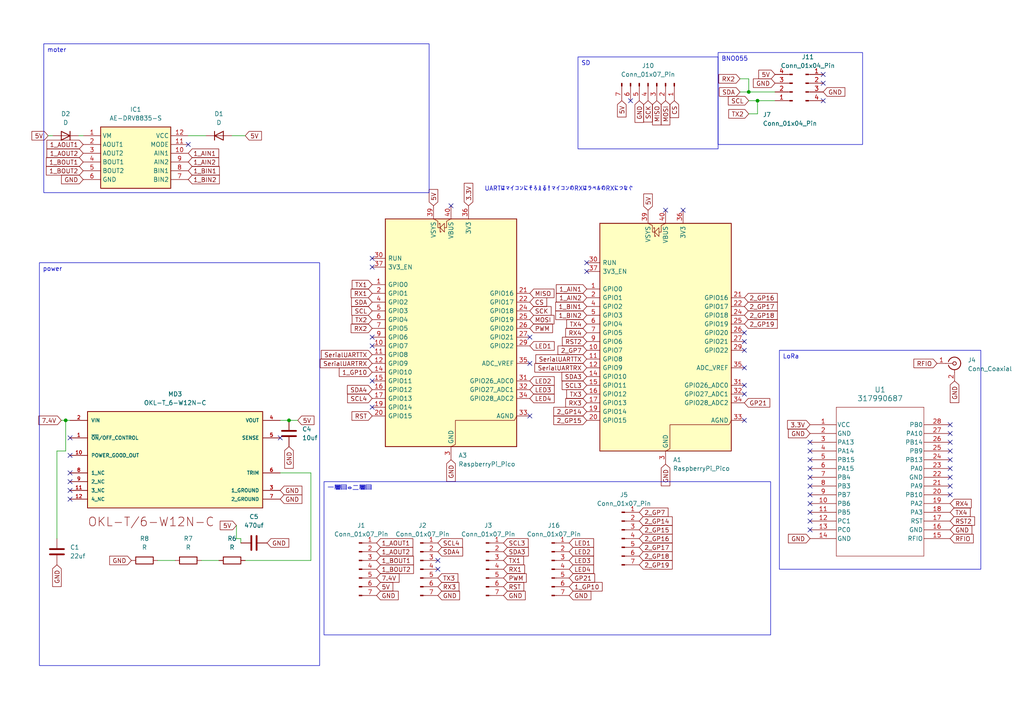
<source format=kicad_sch>
(kicad_sch (version 20250114) (generator "eeschema") (generator_version "9.0")
  (paper "A4")
  (lib_symbols
    (symbol "2025-10-18_12-43-35:317990687" (pin_names (offset 0.254))
      (property "Reference" "U" (at 20.32 10.16 0))
      (property "Value" "317990687" (at 20.32 7.62 0))
      (symbol "317990687_0_1"
        (polyline (pts (xy 7.62 5.08) (xy 7.62 -38.1)) (stroke (width 0.127)))
        (polyline (pts (xy 7.62 -38.1) (xy 33.02 -38.1)) (stroke (width 0.127)))
        (polyline (pts (xy 33.02 5.08) (xy 7.62 5.08)) (stroke (width 0.127)))
        (polyline (pts (xy 33.02 -38.1) (xy 33.02 5.08)) (stroke (width 0.127)))
        (pin power_in line (at 0 0 0) (length 7.62) (name "VCC") (number "1"))
        (pin power_out line (at 0 -2.54 0) (length 7.62) (name "GND") (number "2"))
        (pin bidirectional line (at 0 -5.08 0) (length 7.62) (name "PA13") (number "3"))
        (pin bidirectional line (at 0 -7.62 0) (length 7.62) (name "PA14") (number "4"))
        (pin bidirectional line (at 0 -10.16 0) (length 7.62) (name "PB15") (number "5"))
        (pin bidirectional line (at 0 -12.7 0) (length 7.62) (name "PA15") (number "6"))
        (pin bidirectional line (at 0 -15.24 0) (length 7.62) (name "PB4") (number "7"))
        (pin bidirectional line (at 0 -17.78 0) (length 7.62) (name "PB3") (number "8"))
        (pin bidirectional line (at 0 -20.32 0) (length 7.62) (name "PB7") (number "9"))
        (pin bidirectional line (at 0 -22.86 0) (length 7.62) (name "PB6") (number "10"))
        (pin bidirectional line (at 0 -25.4 0) (length 7.62) (name "PB5") (number "11"))
        (pin bidirectional line (at 0 -27.94 0) (length 7.62) (name "PC1") (number "12"))
        (pin bidirectional line (at 0 -30.48 0) (length 7.62) (name "PC0") (number "13"))
        (pin power_out line (at 0 -33.02 0) (length 7.62) (name "GND") (number "14"))
        (pin bidirectional line (at 40.64 0 180) (length 7.62) (name "PB0") (number "28"))
        (pin bidirectional line (at 40.64 -2.54 180) (length 7.62) (name "PA10") (number "27"))
        (pin bidirectional line (at 40.64 -5.08 180) (length 7.62) (name "PB14") (number "26"))
        (pin bidirectional line (at 40.64 -7.62 180) (length 7.62) (name "PB9") (number "25"))
        (pin bidirectional line (at 40.64 -10.16 180) (length 7.62) (name "PB13") (number "24"))
        (pin bidirectional line (at 40.64 -12.7 180) (length 7.62) (name "PA0") (number "23"))
        (pin power_out line (at 40.64 -15.24 180) (length 7.62) (name "GND") (number "22"))
        (pin bidirectional line (at 40.64 -17.78 180) (length 7.62) (name "PA9") (number "21"))
        (pin bidirectional line (at 40.64 -20.32 180) (length 7.62) (name "PB10") (number "20"))
        (pin bidirectional line (at 40.64 -22.86 180) (length 7.62) (name "PA2") (number "19"))
        (pin bidirectional line (at 40.64 -25.4 180) (length 7.62) (name "PA3") (number "18"))
        (pin unspecified line (at 40.64 -27.94 180) (length 7.62) (name "RST") (number "17"))
        (pin power_out line (at 40.64 -30.48 180) (length 7.62) (name "GND") (number "16"))
        (pin unspecified line (at 40.64 -33.02 180) (length 7.62) (name "RFIO") (number "15"))
      )
    )
    (symbol "AE-DRV8835-S:AE-DRV8835-S"
      (property "Reference" "IC" (at 26.67 7.62 0))
      (property "Value" "AE-DRV8835-S" (at 26.67 5.08 0))
      (symbol "AE-DRV8835-S_1_1"
        (rectangle (start 5.08 2.54) (end 25.4 -15.24) (stroke (width 0.254)) (fill (type background)))
        (pin passive line (at 0 0 0) (length 5.08) (name "VM") (number "1"))
        (pin passive line (at 0 -2.54 0) (length 5.08) (name "AOUT1") (number "2"))
        (pin passive line (at 0 -5.08 0) (length 5.08) (name "AOUT2") (number "3"))
        (pin passive line (at 0 -7.62 0) (length 5.08) (name "BOUT1") (number "4"))
        (pin passive line (at 0 -10.16 0) (length 5.08) (name "BOUT2") (number "5"))
        (pin passive line (at 0 -12.7 0) (length 5.08) (name "GND") (number "6"))
        (pin passive line (at 30.48 0 180) (length 5.08) (name "VCC") (number "12"))
        (pin passive line (at 30.48 -2.54 180) (length 5.08) (name "MODE") (number "11"))
        (pin passive line (at 30.48 -5.08 180) (length 5.08) (name "AIN1") (number "10"))
        (pin passive line (at 30.48 -7.62 180) (length 5.08) (name "AIN2") (number "9"))
        (pin passive line (at 30.48 -10.16 180) (length 5.08) (name "BIN1") (number "8"))
        (pin passive line (at 30.48 -12.7 180) (length 5.08) (name "BIN2") (number "7"))
      )
    )
    (symbol "Connector:Conn_01x04_Pin" (pin_names (offset 1.016) (hide yes))
      (property "Reference" "J" (at 0 5.08 0))
      (property "Value" "Conn_01x04_Pin" (at 0 -7.62 0))
      (symbol "Conn_01x04_Pin_1_1"
        (rectangle (start 0.8636 2.667) (end 0 2.413) (stroke (width 0.1524)) (fill (type outline)))
        (rectangle (start 0.8636 0.127) (end 0 -0.127) (stroke (width 0.1524)) (fill (type outline)))
        (rectangle (start 0.8636 -2.413) (end 0 -2.667) (stroke (width 0.1524)) (fill (type outline)))
        (rectangle (start 0.8636 -4.953) (end 0 -5.207) (stroke (width 0.1524)) (fill (type outline)))
        (polyline (pts (xy 1.27 2.54) (xy 0.8636 2.54)) (stroke (width 0.1524)))
        (polyline (pts (xy 1.27 0) (xy 0.8636 0)) (stroke (width 0.1524)))
        (polyline (pts (xy 1.27 -2.54) (xy 0.8636 -2.54)) (stroke (width 0.1524)))
        (polyline (pts (xy 1.27 -5.08) (xy 0.8636 -5.08)) (stroke (width 0.1524)))
        (pin passive line (at 5.08 2.54 180) (length 3.81) (name "Pin_1") (number "1"))
        (pin passive line (at 5.08 0 180) (length 3.81) (name "Pin_2") (number "2"))
        (pin passive line (at 5.08 -2.54 180) (length 3.81) (name "Pin_3") (number "3"))
        (pin passive line (at 5.08 -5.08 180) (length 3.81) (name "Pin_4") (number "4"))
      )
    )
    (symbol "Connector:Conn_01x07_Pin" (pin_names (offset 1.016) (hide yes))
      (property "Reference" "J" (at 0 10.16 0))
      (property "Value" "Conn_01x07_Pin" (at 0 -10.16 0))
      (symbol "Conn_01x07_Pin_1_1"
        (rectangle (start 0.8636 7.747) (end 0 7.493) (stroke (width 0.1524)) (fill (type outline)))
        (rectangle (start 0.8636 5.207) (end 0 4.953) (stroke (width 0.1524)) (fill (type outline)))
        (rectangle (start 0.8636 2.667) (end 0 2.413) (stroke (width 0.1524)) (fill (type outline)))
        (rectangle (start 0.8636 0.127) (end 0 -0.127) (stroke (width 0.1524)) (fill (type outline)))
        (rectangle (start 0.8636 -2.413) (end 0 -2.667) (stroke (width 0.1524)) (fill (type outline)))
        (rectangle (start 0.8636 -4.953) (end 0 -5.207) (stroke (width 0.1524)) (fill (type outline)))
        (rectangle (start 0.8636 -7.493) (end 0 -7.747) (stroke (width 0.1524)) (fill (type outline)))
        (polyline (pts (xy 1.27 7.62) (xy 0.8636 7.62)) (stroke (width 0.1524)))
        (polyline (pts (xy 1.27 5.08) (xy 0.8636 5.08)) (stroke (width 0.1524)))
        (polyline (pts (xy 1.27 2.54) (xy 0.8636 2.54)) (stroke (width 0.1524)))
        (polyline (pts (xy 1.27 0) (xy 0.8636 0)) (stroke (width 0.1524)))
        (polyline (pts (xy 1.27 -2.54) (xy 0.8636 -2.54)) (stroke (width 0.1524)))
        (polyline (pts (xy 1.27 -5.08) (xy 0.8636 -5.08)) (stroke (width 0.1524)))
        (polyline (pts (xy 1.27 -7.62) (xy 0.8636 -7.62)) (stroke (width 0.1524)))
        (pin passive line (at 5.08 7.62 180) (length 3.81) (name "Pin_1") (number "1"))
        (pin passive line (at 5.08 5.08 180) (length 3.81) (name "Pin_2") (number "2"))
        (pin passive line (at 5.08 2.54 180) (length 3.81) (name "Pin_3") (number "3"))
        (pin passive line (at 5.08 0 180) (length 3.81) (name "Pin_4") (number "4"))
        (pin passive line (at 5.08 -2.54 180) (length 3.81) (name "Pin_5") (number "5"))
        (pin passive line (at 5.08 -5.08 180) (length 3.81) (name "Pin_6") (number "6"))
        (pin passive line (at 5.08 -7.62 180) (length 3.81) (name "Pin_7") (number "7"))
      )
    )
    (symbol "Connector:Conn_Coaxial" (pin_names (offset 1.016) (hide yes))
      (property "Reference" "J" (at 0.254 3.048 0))
      (property "Value" "Conn_Coaxial" (at 2.921 0 90))
      (symbol "Conn_Coaxial_0_1"
        (polyline (pts (xy -2.54 0) (xy -0.508 0)))
        (arc (start 1.778 0) (mid 0.222 -1.8079) (end -1.778 -0.508) (stroke (width 0.254)))
        (arc (start -1.778 0.508) (mid 0.2221 1.8084) (end 1.778 0) (stroke (width 0.254)))
        (circle (center 0 0) (radius 0.508) (stroke (width 0.2032)))
        (polyline (pts (xy 0 -2.54) (xy 0 -1.778)))
      )
      (symbol "Conn_Coaxial_1_1"
        (pin passive line (at -5.08 0 0) (length 2.54) (name "In") (number "1"))
        (pin passive line (at 0 -5.08 90) (length 2.54) (name "Ext") (number "2"))
      )
    )
    (symbol "Device:C" (pin_numbers (hide yes)) (pin_names (offset 0.254))
      (property "Reference" "C" (at 0.635 2.54 0))
      (property "Value" "C" (at 0.635 -2.54 0))
      (symbol "C_0_1"
        (polyline (pts (xy -2.032 0.762) (xy 2.032 0.762)) (stroke (width 0.508)))
        (polyline (pts (xy -2.032 -0.762) (xy 2.032 -0.762)) (stroke (width 0.508)))
      )
      (symbol "C_1_1"
        (pin passive line (at 0 3.81 270) (length 2.794) (name "~") (number "1"))
        (pin passive line (at 0 -3.81 90) (length 2.794) (name "~") (number "2"))
      )
    )
    (symbol "Device:D" (pin_numbers (hide yes)) (pin_names (offset 1.016) (hide yes))
      (property "Reference" "D" (at 0 2.54 0))
      (property "Value" "D" (at 0 -2.54 0))
      (symbol "D_0_1"
        (polyline (pts (xy -1.27 1.27) (xy -1.27 -1.27)) (stroke (width 0.254)))
        (polyline (pts (xy 1.27 1.27) (xy 1.27 -1.27) (xy -1.27 0) (xy 1.27 1.27)) (stroke (width 0.254)))
        (polyline (pts (xy 1.27 0) (xy -1.27 0)))
      )
      (symbol "D_1_1"
        (pin passive line (at -3.81 0 0) (length 2.54) (name "K") (number "1"))
        (pin passive line (at 3.81 0 180) (length 2.54) (name "A") (number "2"))
      )
    )
    (symbol "Device:R" (pin_numbers (hide yes)) (pin_names (offset 0))
      (property "Reference" "R" (at 2.032 0 90))
      (property "Value" "R" (at 0 0 90))
      (symbol "R_0_1"
        (rectangle (start -1.016 -2.54) (end 1.016 2.54) (stroke (width 0.254)))
      )
      (symbol "R_1_1"
        (pin passive line (at 0 3.81 270) (length 1.27) (name "~") (number "1"))
        (pin passive line (at 0 -3.81 90) (length 1.27) (name "~") (number "2"))
      )
    )
    (symbol "MCU_Module:RaspberryPi_Pico" (pin_names (offset 0.762))
      (property "Reference" "A" (at -19.05 35.56 0))
      (property "Value" "RaspberryPi_Pico" (at 7.62 35.56 0))
      (symbol "RaspberryPi_Pico_0_1"
        (rectangle (start -19.05 34.29) (end 19.05 -31.75) (stroke (width 0.254)) (fill (type background)))
        (polyline (pts (xy -5.08 34.29) (xy -3.81 33.655) (xy -3.81 31.75) (xy -3.175 31.75)))
        (polyline (pts (xy -3.429 32.766) (xy -3.429 33.02) (xy -3.175 33.02) (xy -3.175 30.48) (xy -2.921 30.48) (xy -2.921 30.734)))
        (polyline (pts (xy -3.175 31.75) (xy -1.905 33.02) (xy -1.905 30.48) (xy -3.175 31.75)))
        (polyline (pts (xy 0 34.29) (xy -1.27 33.655) (xy -1.27 31.75) (xy -1.905 31.75)))
        (polyline (pts (xy 0 -31.75) (xy 1.27 -31.115) (xy 1.27 -24.13) (xy 18.415 -24.13) (xy 19.05 -22.86)))
      )
      (symbol "RaspberryPi_Pico_1_1"
        (pin passive line (at -22.86 22.86 0) (length 3.81) (name "RUN") (number "30"))
        (pin passive line (at -22.86 20.32 0) (length 3.81) (name "3V3_EN") (number "37"))
        (pin bidirectional line (at -22.86 15.24 0) (length 3.81) (name "GPIO0") (number "1"))
        (pin bidirectional line (at -22.86 12.7 0) (length 3.81) (name "GPIO1") (number "2"))
        (pin bidirectional line (at -22.86 10.16 0) (length 3.81) (name "GPIO2") (number "4"))
        (pin bidirectional line (at -22.86 7.62 0) (length 3.81) (name "GPIO3") (number "5"))
        (pin bidirectional line (at -22.86 5.08 0) (length 3.81) (name "GPIO4") (number "6"))
        (pin bidirectional line (at -22.86 2.54 0) (length 3.81) (name "GPIO5") (number "7"))
        (pin bidirectional line (at -22.86 0 0) (length 3.81) (name "GPIO6") (number "9"))
        (pin bidirectional line (at -22.86 -2.54 0) (length 3.81) (name "GPIO7") (number "10"))
        (pin bidirectional line (at -22.86 -5.08 0) (length 3.81) (name "GPIO8") (number "11"))
        (pin bidirectional line (at -22.86 -7.62 0) (length 3.81) (name "GPIO9") (number "12"))
        (pin bidirectional line (at -22.86 -10.16 0) (length 3.81) (name "GPIO10") (number "14"))
        (pin bidirectional line (at -22.86 -12.7 0) (length 3.81) (name "GPIO11") (number "15"))
        (pin bidirectional line (at -22.86 -15.24 0) (length 3.81) (name "GPIO12") (number "16"))
        (pin bidirectional line (at -22.86 -17.78 0) (length 3.81) (name "GPIO13") (number "17"))
        (pin bidirectional line (at -22.86 -20.32 0) (length 3.81) (name "GPIO14") (number "19"))
        (pin bidirectional line (at -22.86 -22.86 0) (length 3.81) (name "GPIO15") (number "20"))
        (pin power_in line (at -5.08 38.1 270) (length 3.81) (name "VSYS") (number "39"))
        (pin power_out line (at 0 38.1 270) (length 3.81) (name "VBUS") (number "40"))
        (pin passive line (at 0 -35.56 90) (length 3.81) (hide yes) (name "GND") (number "13"))
        (pin passive line (at 0 -35.56 90) (length 3.81) (hide yes) (name "GND") (number "18"))
        (pin passive line (at 0 -35.56 90) (length 3.81) (hide yes) (name "GND") (number "23"))
        (pin passive line (at 0 -35.56 90) (length 3.81) (hide yes) (name "GND") (number "28"))
        (pin power_out line (at 0 -35.56 90) (length 3.81) (name "GND") (number "3"))
        (pin passive line (at 0 -35.56 90) (length 3.81) (hide yes) (name "GND") (number "38"))
        (pin passive line (at 0 -35.56 90) (length 3.81) (hide yes) (name "GND") (number "8"))
        (pin power_out line (at 5.08 38.1 270) (length 3.81) (name "3V3") (number "36"))
        (pin bidirectional line (at 22.86 12.7 180) (length 3.81) (name "GPIO16") (number "21"))
        (pin bidirectional line (at 22.86 10.16 180) (length 3.81) (name "GPIO17") (number "22"))
        (pin bidirectional line (at 22.86 7.62 180) (length 3.81) (name "GPIO18") (number "24"))
        (pin bidirectional line (at 22.86 5.08 180) (length 3.81) (name "GPIO19") (number "25"))
        (pin bidirectional line (at 22.86 2.54 180) (length 3.81) (name "GPIO20") (number "26"))
        (pin bidirectional line (at 22.86 0 180) (length 3.81) (name "GPIO21") (number "27"))
        (pin bidirectional line (at 22.86 -2.54 180) (length 3.81) (name "GPIO22") (number "29"))
        (pin power_in line (at 22.86 -7.62 180) (length 3.81) (name "ADC_VREF") (number "35"))
        (pin bidirectional line (at 22.86 -12.7 180) (length 3.81) (name "GPIO26_ADC0") (number "31"))
        (pin bidirectional line (at 22.86 -15.24 180) (length 3.81) (name "GPIO27_ADC1") (number "32"))
        (pin bidirectional line (at 22.86 -17.78 180) (length 3.81) (name "GPIO28_ADC2") (number "34"))
        (pin power_out line (at 22.86 -22.86 180) (length 3.81) (name "AGND") (number "33"))
      )
    )
    (symbol "OKL-T_6-W12N-C_1" (pin_names (offset 1.016))
      (property "Reference" "MD" (at 2.54 -2.54 0))
      (property "Value" "OKL-T_6-W12N-C" (at 0 0 0))
      (symbol "OKL-T_6-W12N-C_1_0_0"
        (rectangle (start 2.54 -33.02) (end 53.34 -5.08) (stroke (width 0.254)) (fill (type background)))
        (text "OKL-T/6-W12N-C" (at 2.54 -35.56 0) (effects (font (size 2.54 2.54)) (justify left top)))
        (pin bidirectional line (at -2.54 -7.62 0) (length 5.08) (name "VIN") (number "2"))
        (pin bidirectional line (at -2.54 -12.7 0) (length 5.08) (name "~{ON}/OFF_CONTROL") (number "1"))
        (pin open_collector line (at -2.54 -17.78 0) (length 5.08) (name "POWER_GOOD_OUT") (number "10"))
        (pin passive line (at -2.54 -22.86 0) (length 5.08) (name "1_NC") (number "8"))
        (pin passive line (at -2.54 -25.4 0) (length 5.08) (name "2_NC") (number "9"))
        (pin passive line (at -2.54 -27.94 0) (length 5.08) (name "3_NC") (number "11"))
        (pin passive line (at -2.54 -30.48 0) (length 5.08) (name "4_NC") (number "12"))
        (pin bidirectional line (at 58.42 -7.62 180) (length 5.08) (name "VOUT") (number "4"))
        (pin passive line (at 58.42 -12.7 180) (length 5.08) (name "SENSE") (number "5"))
        (pin passive line (at 58.42 -22.86 180) (length 5.08) (name "TRIM") (number "6"))
        (pin power_in line (at 58.42 -27.94 180) (length 5.08) (name "1_GROUND") (number "3"))
        (pin power_in line (at 58.42 -30.48 180) (length 5.08) (name "2_GROUND") (number "7"))
      )
    )
  )
  (text "UARTはマイコンにそろえる！マイコンのRXはラベルのRXにつなぐ\n" (at 162.052 54.864 0) (effects (font (size 1.27 1.27))))
  (text_box "一層目⇔二層目" (at 93.98 139.7 0) (size 129.54 44.45) (margins 0.9525 0.9525 0.9525 0.9525) (effects (font (size 1.27 1.27)) (justify left top)))
  (text_box "power" (at 11.43 76.2 0) (size 81.28 116.84) (margins 0.9525 0.9525 0.9525 0.9525) (effects (font (size 1.27 1.27)) (justify left top)))
  (text_box "SD\n" (at 167.64 16.51 0) (size 40.64 26.67) (margins 0.9525 0.9525 0.9525 0.9525) (effects (font (size 1.27 1.27)) (justify left top)))
  (text_box "BNO055\n" (at 208.28 15.24 0) (size 41.91 26.67) (margins 0.9525 0.9525 0.9525 0.9525) (effects (font (size 1.27 1.27)) (justify left top)))
  (text_box "moter\n" (at 12.7 12.7 0) (size 111.76 43.18) (margins 0.9525 0.9525 0.9525 0.9525) (effects (font (size 1.27 1.27)) (justify left top)))
  (text_box "LoRa" (at 226.06 101.6 0) (size 58.42 63.5) (margins 0.9525 0.9525 0.9525 0.9525) (effects (font (size 1.27 1.27)) (justify left top)))
  (junction (at 219.71 29.21))
  (junction (at 217.17 26.67))
  (junction (at 83.82 121.92))
  (junction (at 19.05 121.92))
  (no_connect (at 81.28 127))
  (no_connect (at 234.95 153.67))
  (no_connect (at 275.59 123.19))
  (no_connect (at 20.32 137.16))
  (no_connect (at 215.9 111.76))
  (no_connect (at 215.9 121.92))
  (no_connect (at 215.9 114.3))
  (no_connect (at 275.59 140.97))
  (no_connect (at 234.95 135.89))
  (no_connect (at 275.59 143.51))
  (no_connect (at 107.95 74.93))
  (no_connect (at 193.04 60.96))
  (no_connect (at 238.76 29.21))
  (no_connect (at 107.95 118.11))
  (no_connect (at 170.18 76.2))
  (no_connect (at 127 165.1))
  (no_connect (at 20.32 142.24))
  (no_connect (at 234.95 140.97))
  (no_connect (at 153.67 120.65))
  (no_connect (at 234.95 130.81))
  (no_connect (at 234.95 133.35))
  (no_connect (at 170.18 78.74))
  (no_connect (at 275.59 133.35))
  (no_connect (at 275.59 135.89))
  (no_connect (at 234.95 128.27))
  (no_connect (at 234.95 151.13))
  (no_connect (at 215.9 106.68))
  (no_connect (at 215.9 96.52))
  (no_connect (at 275.59 130.81))
  (no_connect (at 182.88 29.21))
  (no_connect (at 234.95 146.05))
  (no_connect (at 215.9 99.06))
  (no_connect (at 107.95 77.47))
  (no_connect (at 54.61 41.91))
  (no_connect (at 20.32 127))
  (no_connect (at 20.32 144.78))
  (no_connect (at 275.59 125.73))
  (no_connect (at 215.9 101.6))
  (no_connect (at 275.59 138.43))
  (no_connect (at 234.95 148.59))
  (no_connect (at 275.59 128.27))
  (no_connect (at 20.32 132.08))
  (no_connect (at 20.32 139.7))
  (no_connect (at 107.95 97.79))
  (no_connect (at 234.95 143.51))
  (no_connect (at 153.67 97.79))
  (no_connect (at 127 162.56))
  (no_connect (at 153.67 105.41))
  (no_connect (at 238.76 24.13))
  (no_connect (at 198.12 60.96))
  (no_connect (at 238.76 21.59))
  (no_connect (at 130.81 59.69))
  (no_connect (at 234.95 138.43))
  (no_connect (at 107.95 110.49))
  (no_connect (at 107.95 100.33))
  (wire (pts (xy 17.78 121.92) (xy 19.05 121.92)))
  (wire (pts (xy 86.36 121.92) (xy 83.82 121.92)))
  (wire (pts (xy 90.17 137.16) (xy 90.17 162.56)))
  (wire (pts (xy 90.17 162.56) (xy 71.12 162.56)))
  (wire (pts (xy 68.58 156.21) (xy 68.58 152.4)))
  (wire (pts (xy 214.63 22.86) (xy 217.17 22.86)))
  (wire (pts (xy 71.12 39.37) (xy 67.31 39.37)))
  (wire (pts (xy 19.05 130.81) (xy 16.51 130.81)))
  (wire (pts (xy 217.17 26.67) (xy 224.79 26.67)))
  (wire (pts (xy 217.17 29.21) (xy 219.71 29.21)))
  (wire (pts (xy 58.42 162.56) (xy 63.5 162.56)))
  (wire (pts (xy 219.71 33.02) (xy 217.17 33.02)))
  (wire (pts (xy 13.97 39.37) (xy 15.24 39.37)))
  (wire (pts (xy 19.05 121.92) (xy 19.05 130.81)))
  (wire (pts (xy 214.63 26.67) (xy 217.17 26.67)))
  (wire (pts (xy 16.51 130.81) (xy 16.51 156.21)))
  (wire (pts (xy 45.72 162.56) (xy 50.8 162.56)))
  (wire (pts (xy 217.17 26.67) (xy 217.17 22.86)))
  (wire (pts (xy 19.05 121.92) (xy 20.32 121.92)))
  (wire (pts (xy 81.28 137.16) (xy 90.17 137.16)))
  (wire (pts (xy 59.69 39.37) (xy 54.61 39.37)))
  (wire (pts (xy 69.85 156.21) (xy 68.58 156.21)))
  (wire (pts (xy 69.85 157.48) (xy 69.85 156.21)))
  (wire (pts (xy 83.82 121.92) (xy 81.28 121.92)))
  (wire (pts (xy 219.71 29.21) (xy 224.79 29.21)))
  (wire (pts (xy 219.71 29.21) (xy 219.71 33.02)))
  (wire (pts (xy 22.86 39.37) (xy 24.13 39.37)))
  (global_label "5V" (shape input) (at 86.36 121.92 0) (property "Intersheetrefs" "${INTERSHEET_REFS}" (effects (hide yes))))
  (global_label "MOSI" (shape input) (at 153.67 92.71 0) (property "Intersheetrefs" "${INTERSHEET_REFS}" (effects (hide yes))))
  (global_label "SDA3" (shape input) (at 170.18 109.22 180) (property "Intersheetrefs" "${INTERSHEET_REFS}" (effects (hide yes))))
  (global_label "GP21" (shape input) (at 165.1 167.64 0) (property "Intersheetrefs" "${INTERSHEET_REFS}" (effects (hide yes))))
  (global_label "1_AOUT1" (shape input) (at 24.13 41.91 180) (property "Intersheetrefs" "${INTERSHEET_REFS}" (effects (hide yes))))
  (global_label "3.3V" (shape input) (at 234.95 123.19 180) (property "Intersheetrefs" "${INTERSHEET_REFS}" (effects (hide yes))))
  (global_label "GND" (shape input) (at 130.81 133.35 270) (property "Intersheetrefs" "${INTERSHEET_REFS}" (effects (hide yes))))
  (global_label "PWM" (shape input) (at 153.67 95.25 0) (property "Intersheetrefs" "${INTERSHEET_REFS}" (effects (hide yes))))
  (global_label "LED3" (shape input) (at 153.67 113.03 0) (property "Intersheetrefs" "${INTERSHEET_REFS}" (effects (hide yes))))
  (global_label "1_BOUT2" (shape input) (at 24.13 49.53 180) (property "Intersheetrefs" "${INTERSHEET_REFS}" (effects (hide yes))))
  (global_label "GND" (shape input) (at 77.47 157.48 0) (property "Intersheetrefs" "${INTERSHEET_REFS}" (effects (hide yes))))
  (global_label "SCK" (shape input) (at 187.96 29.21 270) (property "Intersheetrefs" "${INTERSHEET_REFS}" (effects (hide yes))))
  (global_label "GND" (shape input) (at 81.28 144.78 0) (property "Intersheetrefs" "${INTERSHEET_REFS}" (effects (hide yes))))
  (global_label "SCL" (shape input) (at 217.17 29.21 180) (property "Intersheetrefs" "${INTERSHEET_REFS}" (effects (hide yes))))
  (global_label "RX2" (shape input) (at 214.63 22.86 180) (property "Intersheetrefs" "${INTERSHEET_REFS}" (effects (hide yes))))
  (global_label "CS" (shape input) (at 195.58 29.21 270) (property "Intersheetrefs" "${INTERSHEET_REFS}" (effects (hide yes))))
  (global_label "SerialUARTTX" (shape input) (at 107.95 102.87 180) (property "Intersheetrefs" "${INTERSHEET_REFS}" (effects (hide yes))))
  (global_label "1_BIN1" (shape input) (at 170.18 88.9 180) (property "Intersheetrefs" "${INTERSHEET_REFS}" (effects (hide yes))))
  (global_label "GND" (shape input) (at 276.86 110.49 270) (property "Intersheetrefs" "${INTERSHEET_REFS}" (effects (hide yes))))
  (global_label "2_GP14" (shape input) (at 170.18 119.38 180) (property "Intersheetrefs" "${INTERSHEET_REFS}" (effects (hide yes))))
  (global_label "TX3" (shape input) (at 170.18 114.3 180) (property "Intersheetrefs" "${INTERSHEET_REFS}" (effects (hide yes))))
  (global_label "RX1" (shape input) (at 107.95 85.09 180) (property "Intersheetrefs" "${INTERSHEET_REFS}" (effects (hide yes))))
  (global_label "SerialUARTRX" (shape input) (at 107.95 105.41 180) (property "Intersheetrefs" "${INTERSHEET_REFS}" (effects (hide yes))))
  (global_label "2_GP16" (shape input) (at 215.9 86.36 0) (property "Intersheetrefs" "${INTERSHEET_REFS}" (effects (hide yes))))
  (global_label "2_GP15" (shape input) (at 170.18 121.92 180) (property "Intersheetrefs" "${INTERSHEET_REFS}" (effects (hide yes))))
  (global_label "7.4V" (shape input) (at 109.22 167.64 0) (property "Intersheetrefs" "${INTERSHEET_REFS}" (effects (hide yes))))
  (global_label "5V" (shape input) (at 13.97 39.37 180) (property "Intersheetrefs" "${INTERSHEET_REFS}" (effects (hide yes))))
  (global_label "GND" (shape input) (at 146.05 172.72 0) (property "Intersheetrefs" "${INTERSHEET_REFS}" (effects (hide yes))))
  (global_label "SCL3" (shape input) (at 146.05 157.48 0) (property "Intersheetrefs" "${INTERSHEET_REFS}" (effects (hide yes))))
  (global_label "SCL4" (shape input) (at 127 157.48 0) (property "Intersheetrefs" "${INTERSHEET_REFS}" (effects (hide yes))))
  (global_label "GND" (shape input) (at 275.59 153.67 0) (property "Intersheetrefs" "${INTERSHEET_REFS}" (effects (hide yes))))
  (global_label "1_BIN2" (shape input) (at 170.18 91.44 180) (property "Intersheetrefs" "${INTERSHEET_REFS}" (effects (hide yes))))
  (global_label "1_GP10" (shape input) (at 165.1 170.18 0) (property "Intersheetrefs" "${INTERSHEET_REFS}" (effects (hide yes))))
  (global_label "GND" (shape input) (at 83.82 129.54 270) (property "Intersheetrefs" "${INTERSHEET_REFS}" (effects (hide yes))))
  (global_label "MOSI" (shape input) (at 193.04 29.21 270) (property "Intersheetrefs" "${INTERSHEET_REFS}" (effects (hide yes))))
  (global_label "GND" (shape input) (at 81.28 142.24 0) (property "Intersheetrefs" "${INTERSHEET_REFS}" (effects (hide yes))))
  (global_label "GND" (shape input) (at 234.95 156.21 180) (property "Intersheetrefs" "${INTERSHEET_REFS}" (effects (hide yes))))
  (global_label "2_GP19" (shape input) (at 185.42 163.83 0) (property "Intersheetrefs" "${INTERSHEET_REFS}" (effects (hide yes))))
  (global_label "1_BIN2" (shape input) (at 54.61 52.07 0) (property "Intersheetrefs" "${INTERSHEET_REFS}" (effects (hide yes))))
  (global_label "TX3" (shape input) (at 127 167.64 0) (property "Intersheetrefs" "${INTERSHEET_REFS}" (effects (hide yes))))
  (global_label "5V" (shape input) (at 125.73 59.69 90) (property "Intersheetrefs" "${INTERSHEET_REFS}" (effects (hide yes))))
  (global_label "GND" (shape input) (at 185.42 29.21 270) (property "Intersheetrefs" "${INTERSHEET_REFS}" (effects (hide yes))))
  (global_label "5V" (shape input) (at 109.22 170.18 0) (property "Intersheetrefs" "${INTERSHEET_REFS}" (effects (hide yes))))
  (global_label "GND" (shape input) (at 24.13 52.07 180) (property "Intersheetrefs" "${INTERSHEET_REFS}" (effects (hide yes))))
  (global_label "PWM" (shape input) (at 146.05 167.64 0) (property "Intersheetrefs" "${INTERSHEET_REFS}" (effects (hide yes))))
  (global_label "5V" (shape input) (at 68.58 152.4 180) (property "Intersheetrefs" "${INTERSHEET_REFS}" (effects (hide yes))))
  (global_label "1_AIN2" (shape input) (at 170.18 86.36 180) (property "Intersheetrefs" "${INTERSHEET_REFS}" (effects (hide yes))))
  (global_label "1_AOUT2" (shape input) (at 109.22 160.02 0) (property "Intersheetrefs" "${INTERSHEET_REFS}" (effects (hide yes))))
  (global_label "GND" (shape input) (at 127 172.72 0) (property "Intersheetrefs" "${INTERSHEET_REFS}" (effects (hide yes))))
  (global_label "SDA3" (shape input) (at 146.05 160.02 0) (property "Intersheetrefs" "${INTERSHEET_REFS}" (effects (hide yes))))
  (global_label "CS" (shape input) (at 153.67 87.63 0) (property "Intersheetrefs" "${INTERSHEET_REFS}" (effects (hide yes))))
  (global_label "RX2" (shape input) (at 107.95 95.25 180) (property "Intersheetrefs" "${INTERSHEET_REFS}" (effects (hide yes))))
  (global_label "2_GP18" (shape input) (at 185.42 161.29 0) (property "Intersheetrefs" "${INTERSHEET_REFS}" (effects (hide yes))))
  (global_label "TX2" (shape input) (at 107.95 92.71 180) (property "Intersheetrefs" "${INTERSHEET_REFS}" (effects (hide yes))))
  (global_label "SDA4" (shape input) (at 107.95 113.03 180) (property "Intersheetrefs" "${INTERSHEET_REFS}" (effects (hide yes))))
  (global_label "SDA4" (shape input) (at 127 160.02 0) (property "Intersheetrefs" "${INTERSHEET_REFS}" (effects (hide yes))))
  (global_label "5V" (shape input) (at 180.34 29.21 270) (property "Intersheetrefs" "${INTERSHEET_REFS}" (effects (hide yes))))
  (global_label "GP21" (shape input) (at 215.9 116.84 0) (property "Intersheetrefs" "${INTERSHEET_REFS}" (effects (hide yes))))
  (global_label "MISO" (shape input) (at 153.67 85.09 0) (property "Intersheetrefs" "${INTERSHEET_REFS}" (effects (hide yes))))
  (global_label "RX4" (shape input) (at 275.59 146.05 0) (property "Intersheetrefs" "${INTERSHEET_REFS}" (effects (hide yes))))
  (global_label "RFIO" (shape input) (at 271.78 105.41 180) (property "Intersheetrefs" "${INTERSHEET_REFS}" (effects (hide yes))))
  (global_label "2_GP16" (shape input) (at 185.42 156.21 0) (property "Intersheetrefs" "${INTERSHEET_REFS}" (effects (hide yes))))
  (global_label "1_GP10" (shape input) (at 107.95 107.95 180) (property "Intersheetrefs" "${INTERSHEET_REFS}" (effects (hide yes))))
  (global_label "1_AIN1" (shape input) (at 54.61 44.45 0) (property "Intersheetrefs" "${INTERSHEET_REFS}" (effects (hide yes))))
  (global_label "LED4" (shape input) (at 153.67 115.57 0) (property "Intersheetrefs" "${INTERSHEET_REFS}" (effects (hide yes))))
  (global_label "RST2" (shape input) (at 275.59 151.13 0) (property "Intersheetrefs" "${INTERSHEET_REFS}" (effects (hide yes))))
  (global_label "LED4" (shape input) (at 165.1 165.1 0) (property "Intersheetrefs" "${INTERSHEET_REFS}" (effects (hide yes))))
  (global_label "2_GP19" (shape input) (at 215.9 93.98 0) (property "Intersheetrefs" "${INTERSHEET_REFS}" (effects (hide yes))))
  (global_label "RFIO" (shape input) (at 275.59 156.21 0) (property "Intersheetrefs" "${INTERSHEET_REFS}" (effects (hide yes))))
  (global_label "LED2" (shape input) (at 153.67 110.49 0) (property "Intersheetrefs" "${INTERSHEET_REFS}" (effects (hide yes))))
  (global_label "1_BOUT2" (shape input) (at 109.22 165.1 0) (property "Intersheetrefs" "${INTERSHEET_REFS}" (effects (hide yes))))
  (global_label "LED1" (shape input) (at 165.1 157.48 0) (property "Intersheetrefs" "${INTERSHEET_REFS}" (effects (hide yes))))
  (global_label "GND" (shape input) (at 109.22 172.72 0) (property "Intersheetrefs" "${INTERSHEET_REFS}" (effects (hide yes))))
  (global_label "RST" (shape input) (at 107.95 120.65 180) (property "Intersheetrefs" "${INTERSHEET_REFS}" (effects (hide yes))))
  (global_label "TX1" (shape input) (at 107.95 82.55 180) (property "Intersheetrefs" "${INTERSHEET_REFS}" (effects (hide yes))))
  (global_label "LED2" (shape input) (at 165.1 160.02 0) (property "Intersheetrefs" "${INTERSHEET_REFS}" (effects (hide yes))))
  (global_label "5V" (shape input) (at 71.12 39.37 0) (property "Intersheetrefs" "${INTERSHEET_REFS}" (effects (hide yes))))
  (global_label "GND" (shape input) (at 238.76 26.67 0) (property "Intersheetrefs" "${INTERSHEET_REFS}" (effects (hide yes))))
  (global_label "2_GP14" (shape input) (at 185.42 151.13 0) (property "Intersheetrefs" "${INTERSHEET_REFS}" (effects (hide yes))))
  (global_label "TX4" (shape input) (at 170.18 93.98 180) (property "Intersheetrefs" "${INTERSHEET_REFS}" (effects (hide yes))))
  (global_label "SCL4" (shape input) (at 107.95 115.57 180) (property "Intersheetrefs" "${INTERSHEET_REFS}" (effects (hide yes))))
  (global_label "RX3" (shape input) (at 127 170.18 0) (property "Intersheetrefs" "${INTERSHEET_REFS}" (effects (hide yes))))
  (global_label "GND" (shape input) (at 234.95 125.73 180) (property "Intersheetrefs" "${INTERSHEET_REFS}" (effects (hide yes))))
  (global_label "2_GP17" (shape input) (at 215.9 88.9 0) (property "Intersheetrefs" "${INTERSHEET_REFS}" (effects (hide yes))))
  (global_label "SerialUARTRX" (shape input) (at 170.18 106.68 180) (property "Intersheetrefs" "${INTERSHEET_REFS}" (effects (hide yes))))
  (global_label "5V" (shape input) (at 224.79 21.59 180) (property "Intersheetrefs" "${INTERSHEET_REFS}" (effects (hide yes))))
  (global_label "RX3" (shape input) (at 170.18 116.84 180) (property "Intersheetrefs" "${INTERSHEET_REFS}" (effects (hide yes))))
  (global_label "2_GP15" (shape input) (at 185.42 153.67 0) (property "Intersheetrefs" "${INTERSHEET_REFS}" (effects (hide yes))))
  (global_label "GND" (shape input) (at 165.1 172.72 0) (property "Intersheetrefs" "${INTERSHEET_REFS}" (effects (hide yes))))
  (global_label "SDA" (shape input) (at 214.63 26.67 180) (property "Intersheetrefs" "${INTERSHEET_REFS}" (effects (hide yes))))
  (global_label "3.3V" (shape input) (at 135.89 59.69 90) (property "Intersheetrefs" "${INTERSHEET_REFS}" (effects (hide yes))))
  (global_label "2_GP7" (shape input) (at 185.42 148.59 0) (property "Intersheetrefs" "${INTERSHEET_REFS}" (effects (hide yes))))
  (global_label "TX1" (shape input) (at 146.05 162.56 0) (property "Intersheetrefs" "${INTERSHEET_REFS}" (effects (hide yes))))
  (global_label "2_GP7" (shape input) (at 170.18 101.6 180) (property "Intersheetrefs" "${INTERSHEET_REFS}" (effects (hide yes))))
  (global_label "1_BOUT1" (shape input) (at 109.22 162.56 0) (property "Intersheetrefs" "${INTERSHEET_REFS}" (effects (hide yes))))
  (global_label "GND" (shape input) (at 224.79 24.13 180) (property "Intersheetrefs" "${INTERSHEET_REFS}" (effects (hide yes))))
  (global_label "1_BOUT1" (shape input) (at 24.13 46.99 180) (property "Intersheetrefs" "${INTERSHEET_REFS}" (effects (hide yes))))
  (global_label "1_AIN2" (shape input) (at 54.61 46.99 0) (property "Intersheetrefs" "${INTERSHEET_REFS}" (effects (hide yes))))
  (global_label "2_GP17" (shape input) (at 185.42 158.75 0) (property "Intersheetrefs" "${INTERSHEET_REFS}" (effects (hide yes))))
  (global_label "1_AIN1" (shape input) (at 170.18 83.82 180) (property "Intersheetrefs" "${INTERSHEET_REFS}" (effects (hide yes))))
  (global_label "LED1" (shape input) (at 153.67 100.33 0) (property "Intersheetrefs" "${INTERSHEET_REFS}" (effects (hide yes))))
  (global_label "SCL3" (shape input) (at 170.18 111.76 180) (property "Intersheetrefs" "${INTERSHEET_REFS}" (effects (hide yes))))
  (global_label "GND" (shape input) (at 16.51 163.83 270) (property "Intersheetrefs" "${INTERSHEET_REFS}" (effects (hide yes))))
  (global_label "7.4V" (shape input) (at 17.78 121.92 180) (property "Intersheetrefs" "${INTERSHEET_REFS}" (effects (hide yes))))
  (global_label "RST" (shape input) (at 146.05 170.18 0) (property "Intersheetrefs" "${INTERSHEET_REFS}" (effects (hide yes))))
  (global_label "SerialUARTTX" (shape input) (at 170.18 104.14 180) (property "Intersheetrefs" "${INTERSHEET_REFS}" (effects (hide yes))))
  (global_label "LED3" (shape input) (at 165.1 162.56 0) (property "Intersheetrefs" "${INTERSHEET_REFS}" (effects (hide yes))))
  (global_label "1_AOUT1" (shape input) (at 109.22 157.48 0) (property "Intersheetrefs" "${INTERSHEET_REFS}" (effects (hide yes))))
  (global_label "GND" (shape input) (at 38.1 162.56 180) (property "Intersheetrefs" "${INTERSHEET_REFS}" (effects (hide yes))))
  (global_label "5V" (shape input) (at 187.96 60.96 90) (property "Intersheetrefs" "${INTERSHEET_REFS}" (effects (hide yes))))
  (global_label "MISO" (shape input) (at 190.5 29.21 270) (property "Intersheetrefs" "${INTERSHEET_REFS}" (effects (hide yes))))
  (global_label "2_GP18" (shape input) (at 215.9 91.44 0) (property "Intersheetrefs" "${INTERSHEET_REFS}" (effects (hide yes))))
  (global_label "RX4" (shape input) (at 170.18 96.52 180) (property "Intersheetrefs" "${INTERSHEET_REFS}" (effects (hide yes))))
  (global_label "1_AOUT2" (shape input) (at 24.13 44.45 180) (property "Intersheetrefs" "${INTERSHEET_REFS}" (effects (hide yes))))
  (global_label "GND" (shape input) (at 193.04 134.62 270) (property "Intersheetrefs" "${INTERSHEET_REFS}" (effects (hide yes))))
  (global_label "RST2" (shape input) (at 170.18 99.06 180) (property "Intersheetrefs" "${INTERSHEET_REFS}" (effects (hide yes))))
  (global_label "SCK" (shape input) (at 153.67 90.17 0) (property "Intersheetrefs" "${INTERSHEET_REFS}" (effects (hide yes))))
  (global_label "RX1" (shape input) (at 146.05 165.1 0) (property "Intersheetrefs" "${INTERSHEET_REFS}" (effects (hide yes))))
  (global_label "SCL" (shape input) (at 107.95 90.17 180) (property "Intersheetrefs" "${INTERSHEET_REFS}" (effects (hide yes))))
  (global_label "TX4" (shape input) (at 275.59 148.59 0) (property "Intersheetrefs" "${INTERSHEET_REFS}" (effects (hide yes))))
  (global_label "SDA" (shape input) (at 107.95 87.63 180) (property "Intersheetrefs" "${INTERSHEET_REFS}" (effects (hide yes))))
  (global_label "1_BIN1" (shape input) (at 54.61 49.53 0) (property "Intersheetrefs" "${INTERSHEET_REFS}" (effects (hide yes))))
  (global_label "TX2" (shape input) (at 217.17 33.02 180) (property "Intersheetrefs" "${INTERSHEET_REFS}" (effects (hide yes))))
  (symbol (lib_id "AE-DRV8835-S:AE-DRV8835-S") (at 24.13 39.37 0) (unit 1)
    (property "Reference" "IC1" (at 39.37 31.75 0))
    (property "Value" "AE-DRV8835-S" (at 39.37 34.29 0))
    (property "Footprint" "KiCad_DRV8835:AEDRV8835S" (effects (hide yes)))
    (property "Datasheet" "https://akizukidenshi.com/download/ds/akizuki/AE-DRV8835-S_20210526.pdf" (effects (hide yes)))
    (property "Description" "DUAL LOW VOLTAGE H-BRIDGE IC" (effects (hide yes)))
    (property "Height" "3" (effects (hide yes)))
    (property "Manufacturer_Name" "Akizuki Denshi Tsusho" (effects (hide yes)))
    (property "Manufacturer_Part_Number" "AE-DRV8835-S" (effects (hide yes)))
  )
  (symbol (lib_id "Connector:Conn_01x07_Pin") (at 187.96 24.13 270) (unit 1)
    (property "Reference" "J10" (at 187.96 19.05 90))
    (property "Value" "Conn_01x07_Pin" (at 187.96 21.59 90))
    (property "Footprint" "Connector_PinSocket_2.54mm:PinSocket_1x07_P2.54mm_Vertical" (effects (hide yes)))
    (property "Description" "Generic connector, single row, 01x07, script generated" (effects (hide yes)))
  )
  (symbol (lib_id "Connector:Conn_01x07_Pin") (at 104.14 165.1 0) (unit 1)
    (property "Reference" "J1" (at 104.775 152.4 0))
    (property "Value" "Conn_01x07_Pin" (at 104.775 154.94 0))
    (property "Footprint" "Connector_PinSocket_2.54mm:PinSocket_1x07_P2.54mm_Vertical" (effects (hide yes)))
    (property "Description" "Generic connector, single row, 01x07, script generated" (effects (hide yes)))
  )
  (symbol (lib_id "Device:R") (at 67.31 162.56 90) (unit 1)
    (property "Reference" "R6" (at 67.31 156.21 90))
    (property "Value" "R" (at 67.31 158.75 90))
    (property "Footprint" "Resistor_THT:R_Axial_DIN0207_L6.3mm_D2.5mm_P10.16mm_Horizontal" (effects (hide yes)))
    (property "Description" "Resistor" (effects (hide yes)))
  )
  (symbol (lib_id "Connector:Conn_01x04_Pin") (at 229.87 26.67 180) (unit 1)
    (property "Reference" "J7" (at 221.234 33.274 0) (effects (justify right)))
    (property "Value" "Conn_01x04_Pin" (at 221.234 35.814 0) (effects (justify right)))
    (property "Footprint" "Connector_PinSocket_2.54mm:PinSocket_1x04_P2.54mm_Vertical" (effects (hide yes)))
    (property "Description" "Generic connector, single row, 01x04, script generated" (effects (hide yes)))
  )
  (symbol (lib_id "Device:C") (at 83.82 125.73 0) (unit 1)
    (property "Reference" "C4" (at 87.63 124.4599 0) (effects (justify left)))
    (property "Value" "10uf" (at 87.63 126.9999 0) (effects (justify left)))
    (property "Footprint" "Capacitor_SMD:C_0603_1608Metric" (effects (hide yes)))
    (property "Description" "Unpolarized capacitor" (effects (hide yes)))
  )
  (symbol (lib_id "Connector:Conn_01x07_Pin") (at 160.02 165.1 0) (unit 1)
    (property "Reference" "J16" (at 160.655 152.4 0))
    (property "Value" "Conn_01x07_Pin" (at 160.655 154.94 0))
    (property "Footprint" "Connector_PinSocket_2.54mm:PinSocket_1x07_P2.54mm_Vertical" (effects (hide yes)))
    (property "Description" "Generic connector, single row, 01x07, script generated" (effects (hide yes)))
  )
  (symbol (lib_id "MCU_Module:RaspberryPi_Pico") (at 130.81 97.79 0) (unit 1)
    (property "Reference" "A3" (at 132.9533 132.08 0) (effects (justify left)))
    (property "Value" "RaspberryPi_Pico" (at 132.9533 134.62 0) (effects (justify left)))
    (property "Footprint" "raspberrypipico:RaspberryPi_Pico_Common_Unspecified2" (effects (hide yes)))
    (property "Datasheet" "https://datasheets.raspberrypi.com/pico/pico-datasheet.pdf" (effects (hide yes)))
    (property "Description" "Versatile and inexpensive microcontroller module powered by RP2040 dual-core Arm Cortex-M0+ processor up to 133 MHz, 264kB SRAM, 2MB QSPI flash; also supports Raspberry Pi Pico 2" (effects (hide yes)))
  )
  (symbol (lib_id "MCU_Module:RaspberryPi_Pico") (at 193.04 99.06 0) (unit 1)
    (property "Reference" "A1" (at 195.1833 133.35 0) (effects (justify left)))
    (property "Value" "RaspberryPi_Pico" (at 195.1833 135.89 0) (effects (justify left)))
    (property "Footprint" "raspberrypipico:RaspberryPi_Pico_Common_Unspecified2" (effects (hide yes)))
    (property "Datasheet" "https://datasheets.raspberrypi.com/pico/pico-datasheet.pdf" (effects (hide yes)))
    (property "Description" "Versatile and inexpensive microcontroller module powered by RP2040 dual-core Arm Cortex-M0+ processor up to 133 MHz, 264kB SRAM, 2MB QSPI flash; also supports Raspberry Pi Pico 2" (effects (hide yes)))
  )
  (symbol (lib_id "Device:D") (at 19.05 39.37 180) (unit 1)
    (property "Reference" "D2" (at 19.05 33.02 0))
    (property "Value" "D" (at 19.05 35.56 0))
    (property "Footprint" "Diode_THT:D_DO-41_SOD81_P7.62mm_Horizontal" (effects (hide yes)))
    (property "Description" "Diode" (effects (hide yes)))
    (property "Sim.Device" "D" (effects (hide yes)))
    (property "Sim.Pins" "1=K 2=A" (effects (hide yes)))
  )
  (symbol (lib_id "Device:C") (at 16.51 160.02 0) (unit 1)
    (property "Reference" "C1" (at 20.32 158.7499 0) (effects (justify left)))
    (property "Value" "22uf" (at 20.32 161.2899 0) (effects (justify left)))
    (property "Footprint" "Capacitor_SMD:C_0603_1608Metric" (effects (hide yes)))
    (property "Description" "Unpolarized capacitor" (effects (hide yes)))
  )
  (symbol (lib_id "Device:D") (at 63.5 39.37 0) (unit 1)
    (property "Reference" "D1" (at 63.5 33.02 0))
    (property "Value" "D" (at 63.5 35.56 0))
    (property "Footprint" "Diode_THT:D_DO-41_SOD81_P7.62mm_Horizontal" (effects (hide yes)))
    (property "Description" "Diode" (effects (hide yes)))
    (property "Sim.Device" "D" (effects (hide yes)))
    (property "Sim.Pins" "1=K 2=A" (effects (hide yes)))
  )
  (symbol (lib_name "OKL-T_6-W12N-C_1") (lib_id "OKL-T_6-W12N-C:OKL-T_6-W12N-C") (at 22.86 114.3 0) (unit 1)
    (property "Reference" "MD3" (at 50.8 114.3 0))
    (property "Value" "OKL-T_6-W12N-C" (at 50.8 116.84 0))
    (property "Footprint" "kicad_OKL_T_6_W12N_C:MURATA_OKL-T-6-W12N-C_0" (effects (hide yes)))
    (property "MOUSER_DESCRIPTION" "Non-Isolated DC/DC Converters 12Vin .59-5.5Vout 6A 30W Neg Polarity" (effects (hide yes)))
    (property "NUMBER_OF_OUTPUTS" "1" (effects (hide yes)))
    (property "MOUSER_PART_NUMBER" "580-OKL-T/6-W12N-C" (effects (hide yes)))
    (property "MFG_PACKAGE_IDENT_COMPONENT_ID" "4873da16363307f0" (effects (hide yes)))
    (property "AUTOMOTIVE" "No" (effects (hide yes)))
    (property "SWITCHING_TOPOLOGY" "Buck" (effects (hide yes)))
    (property "MFG_PACKAGE_IDENT_DATE" "0" (effects (hide yes)))
    (property "PREFIX" "MD" (effects (hide yes)))
    (property "MAX_SUPPLY_VOLTAGE" "14V" (effects (hide yes)))
    (property "TEMPERATURE_RANGE_LOW" "-40°C" (effects (hide yes)))
    (property "OUTPUT_CURRENT" "6A" (effects (hide yes)))
    (property "OUTPUT_VOLTAGE" "0.591-5.5V" (effects (hide yes)))
    (property "DIGIKEY_DESCRIPTION" "DC DC CONVERTER 0.591-5.5V 30W" (effects (hide yes)))
    (property "CENTROID_NOT_SPECIFIED" "No" (effects (hide yes)))
    (property "DEVICE_CLASS_L1" "Integrated Circuits (ICs)" (effects (hide yes)))
    (property "DEVICE_CLASS_L3" "Voltage Regulators - Switching" (effects (hide yes)))
    (property "DEVICE_CLASS_L2" "Power Management ICs" (effects (hide yes)))
    (property "OUTPUT_TYPE" "AdjustableProgrammable" (effects (hide yes)))
    (property "FOOTPRINT_VARIANT_NAME_0" "Recommended_Land_Pattern" (effects (hide yes)))
    (property "DIGIKEY_PART_NUMBER" "811-2214-1-ND" (effects (hide yes)))
    (property "PACKAGE" "iLGA12" (effects (hide yes)))
    (property "LEAD_FREE" "Yes" (effects (hide yes)))
    (property "HEIGHT" "7.2mm" (effects (hide yes)))
    (property "DATASHEET" "https://www.murata.com/en-us/products/productdetail.aspx?partno=OKL-T/6-W12N-C" (effects (hide yes)))
    (property "VERIFICATION_VERSION" "0.0.0.3" (effects (hide yes)))
    (property "MFG_PACKAGE_IDENT" "OKL-T/6-W12" (effects (hide yes)))
    (property "MF" "Murata" (effects (hide yes)))
    (property "SWITCHING_FREQUENCY" "600kHz" (effects (hide yes)))
    (property "MPN" "OKL-T/6-W12N-C" (effects (hide yes)))
    (property "TEMPERATURE_RANGE_HIGH" "+85°C" (effects (hide yes)))
    (property "NOMINAL_SUPPLY_CURRENT" "20mA" (effects (hide yes)))
    (property "MIN_SUPPLY_VOLTAGE" "4.5V" (effects (hide yes)))
    (property "MFG_PACKAGE_IDENT_REV" "0" (effects (hide yes)))
    (property "ROHS" "Yes" (effects (hide yes)))
  )
  (symbol (lib_id "Connector:Conn_01x07_Pin") (at 180.34 156.21 0) (unit 1)
    (property "Reference" "J5" (at 180.975 143.51 0))
    (property "Value" "Conn_01x07_Pin" (at 180.975 146.05 0))
    (property "Footprint" "Connector_PinSocket_2.54mm:PinSocket_1x07_P2.54mm_Vertical" (effects (hide yes)))
    (property "Description" "Generic connector, single row, 01x07, script generated" (effects (hide yes)))
  )
  (symbol (lib_id "2025-10-18_12-43-35:317990687") (at 234.95 123.19 0) (unit 1)
    (property "Reference" "U1" (at 255.27 113.03 0) (effects (font (size 1.524 1.524))))
    (property "Value" "317990687" (at 255.27 115.57 0) (effects (font (size 1.524 1.524))))
    (property "Footprint" "KiCad_Lora:QFN_90687_SEE" (effects (hide yes)))
    (property "Datasheet" "317990687" (effects (hide yes)))
  )
  (symbol (lib_id "Device:C") (at 73.66 157.48 90) (unit 1)
    (property "Reference" "C5" (at 73.66 149.86 90))
    (property "Value" "470uf" (at 73.66 152.4 90))
    (property "Footprint" "KiCad_16SEPC470M:CAPPRD500W65D1000H1300" (effects (hide yes)))
    (property "Description" "Unpolarized capacitor" (effects (hide yes)))
  )
  (symbol (lib_id "Connector:Conn_01x07_Pin") (at 121.92 165.1 0) (unit 1)
    (property "Reference" "J2" (at 122.555 152.4 0))
    (property "Value" "Conn_01x07_Pin" (at 122.555 154.94 0))
    (property "Footprint" "Connector_PinSocket_2.54mm:PinSocket_1x07_P2.54mm_Vertical" (effects (hide yes)))
    (property "Description" "Generic connector, single row, 01x07, script generated" (effects (hide yes)))
  )
  (symbol (lib_id "Connector:Conn_01x04_Pin") (at 233.68 24.13 0) (unit 1)
    (property "Reference" "J11" (at 234.315 16.51 0))
    (property "Value" "Conn_01x04_Pin" (at 234.315 19.05 0))
    (property "Footprint" "Connector_PinSocket_2.54mm:PinSocket_1x04_P2.54mm_Vertical" (effects (hide yes)))
    (property "Description" "Generic connector, single row, 01x04, script generated" (effects (hide yes)))
  )
  (symbol (lib_id "Device:R") (at 41.91 162.56 90) (unit 1)
    (property "Reference" "R8" (at 41.91 156.21 90))
    (property "Value" "R" (at 41.91 158.75 90))
    (property "Footprint" "Resistor_THT:R_Axial_DIN0207_L6.3mm_D2.5mm_P10.16mm_Horizontal" (effects (hide yes)))
    (property "Description" "Resistor" (effects (hide yes)))
  )
  (symbol (lib_id "Connector:Conn_01x07_Pin") (at 140.97 165.1 0) (unit 1)
    (property "Reference" "J3" (at 141.605 152.4 0))
    (property "Value" "Conn_01x07_Pin" (at 141.605 154.94 0))
    (property "Footprint" "Connector_PinSocket_2.54mm:PinSocket_1x07_P2.54mm_Vertical" (effects (hide yes)))
    (property "Description" "Generic connector, single row, 01x07, script generated" (effects (hide yes)))
  )
  (symbol (lib_id "Connector:Conn_Coaxial") (at 276.86 105.41 0) (unit 1)
    (property "Reference" "J4" (at 280.67 104.4331 0) (effects (justify left)))
    (property "Value" "Conn_Coaxial" (at 280.67 106.9731 0) (effects (justify left)))
    (property "Footprint" "Connector_Coaxial:SMA_Amphenol_901-144_Vertical" (effects (hide yes)))
    (property "Description" "coaxial connector (BNC, SMA, SMB, SMC, Cinch/RCA, LEMO, ...)" (effects (hide yes)))
  )
  (symbol (lib_id "Device:R") (at 54.61 162.56 90) (unit 1)
    (property "Reference" "R7" (at 54.61 156.21 90))
    (property "Value" "R" (at 54.61 158.75 90))
    (property "Footprint" "Resistor_THT:R_Axial_DIN0207_L6.3mm_D2.5mm_P10.16mm_Horizontal" (effects (hide yes)))
    (property "Description" "Resistor" (effects (hide yes)))
  )
)
</source>
